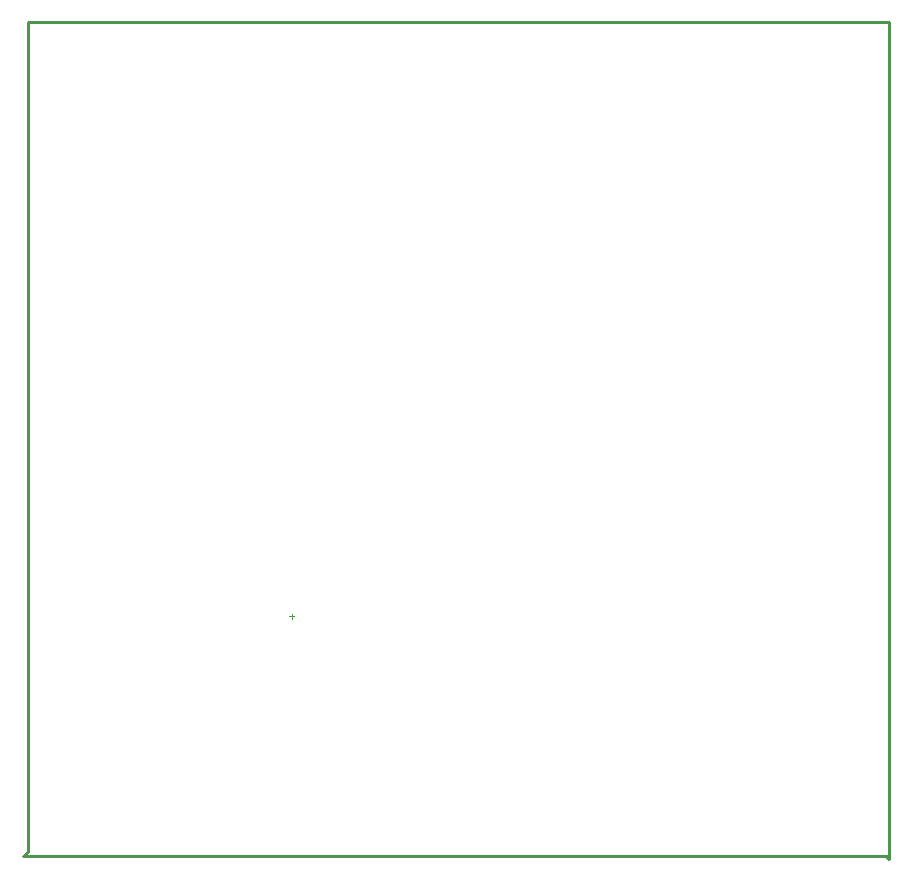
<source format=gm1>
G04 Layer_Color=16711935*
%FSLAX25Y25*%
%MOIN*%
G70*
G01*
G75*
%ADD49C,0.01000*%
%ADD79C,0.00394*%
D49*
X1220500Y887500D02*
Y1164000D01*
X1219000Y886000D02*
X1220500Y887500D01*
X1219000Y886000D02*
X1506500D01*
X1507500Y885000D01*
Y1164000D01*
X1220500D02*
X1507500D01*
D79*
X1307713Y966000D02*
X1309287D01*
X1308500Y965213D02*
Y966787D01*
M02*

</source>
